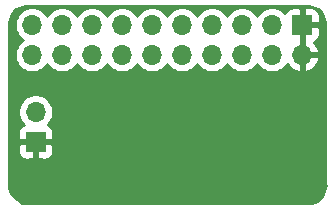
<source format=gbr>
%TF.GenerationSoftware,KiCad,Pcbnew,(5.1.12)-1*%
%TF.CreationDate,2022-03-16T22:40:05-06:00*%
%TF.ProjectId,RelayDriver,52656c61-7944-4726-9976-65722e6b6963,rev?*%
%TF.SameCoordinates,Original*%
%TF.FileFunction,Copper,L2,Bot*%
%TF.FilePolarity,Positive*%
%FSLAX46Y46*%
G04 Gerber Fmt 4.6, Leading zero omitted, Abs format (unit mm)*
G04 Created by KiCad (PCBNEW (5.1.12)-1) date 2022-03-16 22:40:05*
%MOMM*%
%LPD*%
G01*
G04 APERTURE LIST*
%TA.AperFunction,ComponentPad*%
%ADD10O,1.700000X1.700000*%
%TD*%
%TA.AperFunction,ComponentPad*%
%ADD11R,1.700000X1.700000*%
%TD*%
%TA.AperFunction,ViaPad*%
%ADD12C,0.800000*%
%TD*%
%TA.AperFunction,Conductor*%
%ADD13C,0.254000*%
%TD*%
%TA.AperFunction,Conductor*%
%ADD14C,0.100000*%
%TD*%
G04 APERTURE END LIST*
D10*
%TO.P,J3,2*%
%TO.N,Net-(J2-Pad19)*%
X61874400Y-59588400D03*
D11*
%TO.P,J3,1*%
%TO.N,GND*%
X61874400Y-62128400D03*
%TD*%
D10*
%TO.P,J2,20*%
%TO.N,Net-(J2-Pad19)*%
X61569600Y-54762400D03*
%TO.P,J2,19*%
X61569600Y-52222400D03*
%TO.P,J2,18*%
%TO.N,Net-(J2-Pad18)*%
X64109600Y-54762400D03*
%TO.P,J2,17*%
%TO.N,Net-(J2-Pad17)*%
X64109600Y-52222400D03*
%TO.P,J2,16*%
%TO.N,Net-(J2-Pad16)*%
X66649600Y-54762400D03*
%TO.P,J2,15*%
%TO.N,Net-(J2-Pad15)*%
X66649600Y-52222400D03*
%TO.P,J2,14*%
%TO.N,Net-(J2-Pad14)*%
X69189600Y-54762400D03*
%TO.P,J2,13*%
%TO.N,Net-(J2-Pad13)*%
X69189600Y-52222400D03*
%TO.P,J2,12*%
%TO.N,Net-(J2-Pad12)*%
X71729600Y-54762400D03*
%TO.P,J2,11*%
%TO.N,Net-(J2-Pad11)*%
X71729600Y-52222400D03*
%TO.P,J2,10*%
%TO.N,Net-(J2-Pad10)*%
X74269600Y-54762400D03*
%TO.P,J2,9*%
%TO.N,Net-(J2-Pad9)*%
X74269600Y-52222400D03*
%TO.P,J2,8*%
%TO.N,Net-(J2-Pad8)*%
X76809600Y-54762400D03*
%TO.P,J2,7*%
%TO.N,Net-(J2-Pad7)*%
X76809600Y-52222400D03*
%TO.P,J2,6*%
%TO.N,Net-(J2-Pad6)*%
X79349600Y-54762400D03*
%TO.P,J2,5*%
%TO.N,Net-(J2-Pad5)*%
X79349600Y-52222400D03*
%TO.P,J2,4*%
%TO.N,Net-(J2-Pad4)*%
X81889600Y-54762400D03*
%TO.P,J2,3*%
%TO.N,Net-(J2-Pad3)*%
X81889600Y-52222400D03*
%TO.P,J2,2*%
%TO.N,GND*%
X84429600Y-54762400D03*
D11*
%TO.P,J2,1*%
X84429600Y-52222400D03*
%TD*%
D12*
%TO.N,GND*%
X72669400Y-66446400D03*
X84759800Y-58648600D03*
X86182200Y-65836800D03*
X77442991Y-64894923D03*
%TD*%
D13*
%TO.N,GND*%
X85259659Y-50688625D02*
X85509429Y-50764035D01*
X85739792Y-50886522D01*
X85941980Y-51051422D01*
X86108286Y-51252450D01*
X86232378Y-51481954D01*
X86309531Y-51731195D01*
X86340000Y-52021089D01*
X86340001Y-65967711D01*
X86311375Y-66259660D01*
X86235965Y-66509429D01*
X86113477Y-66739794D01*
X86000140Y-66878759D01*
X85685758Y-67141697D01*
X85518046Y-67232378D01*
X85268805Y-67309531D01*
X84978911Y-67340000D01*
X61032279Y-67340000D01*
X60750411Y-67312362D01*
X59761764Y-66499120D01*
X59690469Y-66268805D01*
X59660000Y-65978911D01*
X59660000Y-62978400D01*
X60386328Y-62978400D01*
X60398588Y-63102882D01*
X60434898Y-63222580D01*
X60493863Y-63332894D01*
X60573215Y-63429585D01*
X60669906Y-63508937D01*
X60780220Y-63567902D01*
X60899918Y-63604212D01*
X61024400Y-63616472D01*
X61588650Y-63613400D01*
X61747400Y-63454650D01*
X61747400Y-62255400D01*
X62001400Y-62255400D01*
X62001400Y-63454650D01*
X62160150Y-63613400D01*
X62724400Y-63616472D01*
X62848882Y-63604212D01*
X62968580Y-63567902D01*
X63078894Y-63508937D01*
X63175585Y-63429585D01*
X63254937Y-63332894D01*
X63313902Y-63222580D01*
X63350212Y-63102882D01*
X63362472Y-62978400D01*
X63359400Y-62414150D01*
X63200650Y-62255400D01*
X62001400Y-62255400D01*
X61747400Y-62255400D01*
X60548150Y-62255400D01*
X60389400Y-62414150D01*
X60386328Y-62978400D01*
X59660000Y-62978400D01*
X59660000Y-61278400D01*
X60386328Y-61278400D01*
X60389400Y-61842650D01*
X60548150Y-62001400D01*
X61747400Y-62001400D01*
X61747400Y-61981400D01*
X62001400Y-61981400D01*
X62001400Y-62001400D01*
X63200650Y-62001400D01*
X63359400Y-61842650D01*
X63362472Y-61278400D01*
X63350212Y-61153918D01*
X63313902Y-61034220D01*
X63254937Y-60923906D01*
X63175585Y-60827215D01*
X63078894Y-60747863D01*
X62968580Y-60688898D01*
X62896020Y-60666887D01*
X63027875Y-60535032D01*
X63190390Y-60291811D01*
X63302332Y-60021558D01*
X63359400Y-59734660D01*
X63359400Y-59442140D01*
X63302332Y-59155242D01*
X63190390Y-58884989D01*
X63027875Y-58641768D01*
X62821032Y-58434925D01*
X62577811Y-58272410D01*
X62307558Y-58160468D01*
X62020660Y-58103400D01*
X61728140Y-58103400D01*
X61441242Y-58160468D01*
X61170989Y-58272410D01*
X60927768Y-58434925D01*
X60720925Y-58641768D01*
X60558410Y-58884989D01*
X60446468Y-59155242D01*
X60389400Y-59442140D01*
X60389400Y-59734660D01*
X60446468Y-60021558D01*
X60558410Y-60291811D01*
X60720925Y-60535032D01*
X60852780Y-60666887D01*
X60780220Y-60688898D01*
X60669906Y-60747863D01*
X60573215Y-60827215D01*
X60493863Y-60923906D01*
X60434898Y-61034220D01*
X60398588Y-61153918D01*
X60386328Y-61278400D01*
X59660000Y-61278400D01*
X59660000Y-52076140D01*
X60084600Y-52076140D01*
X60084600Y-52368660D01*
X60141668Y-52655558D01*
X60253610Y-52925811D01*
X60416125Y-53169032D01*
X60622968Y-53375875D01*
X60797360Y-53492400D01*
X60622968Y-53608925D01*
X60416125Y-53815768D01*
X60253610Y-54058989D01*
X60141668Y-54329242D01*
X60084600Y-54616140D01*
X60084600Y-54908660D01*
X60141668Y-55195558D01*
X60253610Y-55465811D01*
X60416125Y-55709032D01*
X60622968Y-55915875D01*
X60866189Y-56078390D01*
X61136442Y-56190332D01*
X61423340Y-56247400D01*
X61715860Y-56247400D01*
X62002758Y-56190332D01*
X62273011Y-56078390D01*
X62516232Y-55915875D01*
X62723075Y-55709032D01*
X62839600Y-55534640D01*
X62956125Y-55709032D01*
X63162968Y-55915875D01*
X63406189Y-56078390D01*
X63676442Y-56190332D01*
X63963340Y-56247400D01*
X64255860Y-56247400D01*
X64542758Y-56190332D01*
X64813011Y-56078390D01*
X65056232Y-55915875D01*
X65263075Y-55709032D01*
X65379600Y-55534640D01*
X65496125Y-55709032D01*
X65702968Y-55915875D01*
X65946189Y-56078390D01*
X66216442Y-56190332D01*
X66503340Y-56247400D01*
X66795860Y-56247400D01*
X67082758Y-56190332D01*
X67353011Y-56078390D01*
X67596232Y-55915875D01*
X67803075Y-55709032D01*
X67919600Y-55534640D01*
X68036125Y-55709032D01*
X68242968Y-55915875D01*
X68486189Y-56078390D01*
X68756442Y-56190332D01*
X69043340Y-56247400D01*
X69335860Y-56247400D01*
X69622758Y-56190332D01*
X69893011Y-56078390D01*
X70136232Y-55915875D01*
X70343075Y-55709032D01*
X70459600Y-55534640D01*
X70576125Y-55709032D01*
X70782968Y-55915875D01*
X71026189Y-56078390D01*
X71296442Y-56190332D01*
X71583340Y-56247400D01*
X71875860Y-56247400D01*
X72162758Y-56190332D01*
X72433011Y-56078390D01*
X72676232Y-55915875D01*
X72883075Y-55709032D01*
X72999600Y-55534640D01*
X73116125Y-55709032D01*
X73322968Y-55915875D01*
X73566189Y-56078390D01*
X73836442Y-56190332D01*
X74123340Y-56247400D01*
X74415860Y-56247400D01*
X74702758Y-56190332D01*
X74973011Y-56078390D01*
X75216232Y-55915875D01*
X75423075Y-55709032D01*
X75539600Y-55534640D01*
X75656125Y-55709032D01*
X75862968Y-55915875D01*
X76106189Y-56078390D01*
X76376442Y-56190332D01*
X76663340Y-56247400D01*
X76955860Y-56247400D01*
X77242758Y-56190332D01*
X77513011Y-56078390D01*
X77756232Y-55915875D01*
X77963075Y-55709032D01*
X78079600Y-55534640D01*
X78196125Y-55709032D01*
X78402968Y-55915875D01*
X78646189Y-56078390D01*
X78916442Y-56190332D01*
X79203340Y-56247400D01*
X79495860Y-56247400D01*
X79782758Y-56190332D01*
X80053011Y-56078390D01*
X80296232Y-55915875D01*
X80503075Y-55709032D01*
X80619600Y-55534640D01*
X80736125Y-55709032D01*
X80942968Y-55915875D01*
X81186189Y-56078390D01*
X81456442Y-56190332D01*
X81743340Y-56247400D01*
X82035860Y-56247400D01*
X82322758Y-56190332D01*
X82593011Y-56078390D01*
X82836232Y-55915875D01*
X83043075Y-55709032D01*
X83164795Y-55526866D01*
X83234422Y-55643755D01*
X83429331Y-55859988D01*
X83662680Y-56034041D01*
X83925501Y-56159225D01*
X84072710Y-56203876D01*
X84302600Y-56082555D01*
X84302600Y-54889400D01*
X84556600Y-54889400D01*
X84556600Y-56082555D01*
X84786490Y-56203876D01*
X84933699Y-56159225D01*
X85196520Y-56034041D01*
X85429869Y-55859988D01*
X85624778Y-55643755D01*
X85773757Y-55393652D01*
X85871081Y-55119291D01*
X85750414Y-54889400D01*
X84556600Y-54889400D01*
X84302600Y-54889400D01*
X84282600Y-54889400D01*
X84282600Y-54635400D01*
X84302600Y-54635400D01*
X84302600Y-52349400D01*
X84556600Y-52349400D01*
X84556600Y-54635400D01*
X85750414Y-54635400D01*
X85871081Y-54405509D01*
X85773757Y-54131148D01*
X85624778Y-53881045D01*
X85447974Y-53684898D01*
X85523780Y-53661902D01*
X85634094Y-53602937D01*
X85730785Y-53523585D01*
X85810137Y-53426894D01*
X85869102Y-53316580D01*
X85905412Y-53196882D01*
X85917672Y-53072400D01*
X85914600Y-52508150D01*
X85755850Y-52349400D01*
X84556600Y-52349400D01*
X84302600Y-52349400D01*
X84282600Y-52349400D01*
X84282600Y-52095400D01*
X84302600Y-52095400D01*
X84302600Y-50896150D01*
X84556600Y-50896150D01*
X84556600Y-52095400D01*
X85755850Y-52095400D01*
X85914600Y-51936650D01*
X85917672Y-51372400D01*
X85905412Y-51247918D01*
X85869102Y-51128220D01*
X85810137Y-51017906D01*
X85730785Y-50921215D01*
X85634094Y-50841863D01*
X85523780Y-50782898D01*
X85404082Y-50746588D01*
X85279600Y-50734328D01*
X84715350Y-50737400D01*
X84556600Y-50896150D01*
X84302600Y-50896150D01*
X84143850Y-50737400D01*
X83579600Y-50734328D01*
X83455118Y-50746588D01*
X83335420Y-50782898D01*
X83225106Y-50841863D01*
X83128415Y-50921215D01*
X83049063Y-51017906D01*
X82990098Y-51128220D01*
X82968087Y-51200780D01*
X82836232Y-51068925D01*
X82593011Y-50906410D01*
X82322758Y-50794468D01*
X82035860Y-50737400D01*
X81743340Y-50737400D01*
X81456442Y-50794468D01*
X81186189Y-50906410D01*
X80942968Y-51068925D01*
X80736125Y-51275768D01*
X80619600Y-51450160D01*
X80503075Y-51275768D01*
X80296232Y-51068925D01*
X80053011Y-50906410D01*
X79782758Y-50794468D01*
X79495860Y-50737400D01*
X79203340Y-50737400D01*
X78916442Y-50794468D01*
X78646189Y-50906410D01*
X78402968Y-51068925D01*
X78196125Y-51275768D01*
X78079600Y-51450160D01*
X77963075Y-51275768D01*
X77756232Y-51068925D01*
X77513011Y-50906410D01*
X77242758Y-50794468D01*
X76955860Y-50737400D01*
X76663340Y-50737400D01*
X76376442Y-50794468D01*
X76106189Y-50906410D01*
X75862968Y-51068925D01*
X75656125Y-51275768D01*
X75539600Y-51450160D01*
X75423075Y-51275768D01*
X75216232Y-51068925D01*
X74973011Y-50906410D01*
X74702758Y-50794468D01*
X74415860Y-50737400D01*
X74123340Y-50737400D01*
X73836442Y-50794468D01*
X73566189Y-50906410D01*
X73322968Y-51068925D01*
X73116125Y-51275768D01*
X72999600Y-51450160D01*
X72883075Y-51275768D01*
X72676232Y-51068925D01*
X72433011Y-50906410D01*
X72162758Y-50794468D01*
X71875860Y-50737400D01*
X71583340Y-50737400D01*
X71296442Y-50794468D01*
X71026189Y-50906410D01*
X70782968Y-51068925D01*
X70576125Y-51275768D01*
X70459600Y-51450160D01*
X70343075Y-51275768D01*
X70136232Y-51068925D01*
X69893011Y-50906410D01*
X69622758Y-50794468D01*
X69335860Y-50737400D01*
X69043340Y-50737400D01*
X68756442Y-50794468D01*
X68486189Y-50906410D01*
X68242968Y-51068925D01*
X68036125Y-51275768D01*
X67919600Y-51450160D01*
X67803075Y-51275768D01*
X67596232Y-51068925D01*
X67353011Y-50906410D01*
X67082758Y-50794468D01*
X66795860Y-50737400D01*
X66503340Y-50737400D01*
X66216442Y-50794468D01*
X65946189Y-50906410D01*
X65702968Y-51068925D01*
X65496125Y-51275768D01*
X65379600Y-51450160D01*
X65263075Y-51275768D01*
X65056232Y-51068925D01*
X64813011Y-50906410D01*
X64542758Y-50794468D01*
X64255860Y-50737400D01*
X63963340Y-50737400D01*
X63676442Y-50794468D01*
X63406189Y-50906410D01*
X63162968Y-51068925D01*
X62956125Y-51275768D01*
X62839600Y-51450160D01*
X62723075Y-51275768D01*
X62516232Y-51068925D01*
X62273011Y-50906410D01*
X62002758Y-50794468D01*
X61715860Y-50737400D01*
X61423340Y-50737400D01*
X61136442Y-50794468D01*
X60866189Y-50906410D01*
X60622968Y-51068925D01*
X60416125Y-51275768D01*
X60253610Y-51518989D01*
X60141668Y-51789242D01*
X60084600Y-52076140D01*
X59660000Y-52076140D01*
X59660000Y-52032279D01*
X59688625Y-51740341D01*
X59764035Y-51490571D01*
X59886522Y-51260208D01*
X60051422Y-51058020D01*
X60252450Y-50891714D01*
X60481954Y-50767622D01*
X60731195Y-50690469D01*
X61021088Y-50660000D01*
X84967721Y-50660000D01*
X85259659Y-50688625D01*
%TA.AperFunction,Conductor*%
D14*
G36*
X85259659Y-50688625D02*
G01*
X85509429Y-50764035D01*
X85739792Y-50886522D01*
X85941980Y-51051422D01*
X86108286Y-51252450D01*
X86232378Y-51481954D01*
X86309531Y-51731195D01*
X86340000Y-52021089D01*
X86340001Y-65967711D01*
X86311375Y-66259660D01*
X86235965Y-66509429D01*
X86113477Y-66739794D01*
X86000140Y-66878759D01*
X85685758Y-67141697D01*
X85518046Y-67232378D01*
X85268805Y-67309531D01*
X84978911Y-67340000D01*
X61032279Y-67340000D01*
X60750411Y-67312362D01*
X59761764Y-66499120D01*
X59690469Y-66268805D01*
X59660000Y-65978911D01*
X59660000Y-62978400D01*
X60386328Y-62978400D01*
X60398588Y-63102882D01*
X60434898Y-63222580D01*
X60493863Y-63332894D01*
X60573215Y-63429585D01*
X60669906Y-63508937D01*
X60780220Y-63567902D01*
X60899918Y-63604212D01*
X61024400Y-63616472D01*
X61588650Y-63613400D01*
X61747400Y-63454650D01*
X61747400Y-62255400D01*
X62001400Y-62255400D01*
X62001400Y-63454650D01*
X62160150Y-63613400D01*
X62724400Y-63616472D01*
X62848882Y-63604212D01*
X62968580Y-63567902D01*
X63078894Y-63508937D01*
X63175585Y-63429585D01*
X63254937Y-63332894D01*
X63313902Y-63222580D01*
X63350212Y-63102882D01*
X63362472Y-62978400D01*
X63359400Y-62414150D01*
X63200650Y-62255400D01*
X62001400Y-62255400D01*
X61747400Y-62255400D01*
X60548150Y-62255400D01*
X60389400Y-62414150D01*
X60386328Y-62978400D01*
X59660000Y-62978400D01*
X59660000Y-61278400D01*
X60386328Y-61278400D01*
X60389400Y-61842650D01*
X60548150Y-62001400D01*
X61747400Y-62001400D01*
X61747400Y-61981400D01*
X62001400Y-61981400D01*
X62001400Y-62001400D01*
X63200650Y-62001400D01*
X63359400Y-61842650D01*
X63362472Y-61278400D01*
X63350212Y-61153918D01*
X63313902Y-61034220D01*
X63254937Y-60923906D01*
X63175585Y-60827215D01*
X63078894Y-60747863D01*
X62968580Y-60688898D01*
X62896020Y-60666887D01*
X63027875Y-60535032D01*
X63190390Y-60291811D01*
X63302332Y-60021558D01*
X63359400Y-59734660D01*
X63359400Y-59442140D01*
X63302332Y-59155242D01*
X63190390Y-58884989D01*
X63027875Y-58641768D01*
X62821032Y-58434925D01*
X62577811Y-58272410D01*
X62307558Y-58160468D01*
X62020660Y-58103400D01*
X61728140Y-58103400D01*
X61441242Y-58160468D01*
X61170989Y-58272410D01*
X60927768Y-58434925D01*
X60720925Y-58641768D01*
X60558410Y-58884989D01*
X60446468Y-59155242D01*
X60389400Y-59442140D01*
X60389400Y-59734660D01*
X60446468Y-60021558D01*
X60558410Y-60291811D01*
X60720925Y-60535032D01*
X60852780Y-60666887D01*
X60780220Y-60688898D01*
X60669906Y-60747863D01*
X60573215Y-60827215D01*
X60493863Y-60923906D01*
X60434898Y-61034220D01*
X60398588Y-61153918D01*
X60386328Y-61278400D01*
X59660000Y-61278400D01*
X59660000Y-52076140D01*
X60084600Y-52076140D01*
X60084600Y-52368660D01*
X60141668Y-52655558D01*
X60253610Y-52925811D01*
X60416125Y-53169032D01*
X60622968Y-53375875D01*
X60797360Y-53492400D01*
X60622968Y-53608925D01*
X60416125Y-53815768D01*
X60253610Y-54058989D01*
X60141668Y-54329242D01*
X60084600Y-54616140D01*
X60084600Y-54908660D01*
X60141668Y-55195558D01*
X60253610Y-55465811D01*
X60416125Y-55709032D01*
X60622968Y-55915875D01*
X60866189Y-56078390D01*
X61136442Y-56190332D01*
X61423340Y-56247400D01*
X61715860Y-56247400D01*
X62002758Y-56190332D01*
X62273011Y-56078390D01*
X62516232Y-55915875D01*
X62723075Y-55709032D01*
X62839600Y-55534640D01*
X62956125Y-55709032D01*
X63162968Y-55915875D01*
X63406189Y-56078390D01*
X63676442Y-56190332D01*
X63963340Y-56247400D01*
X64255860Y-56247400D01*
X64542758Y-56190332D01*
X64813011Y-56078390D01*
X65056232Y-55915875D01*
X65263075Y-55709032D01*
X65379600Y-55534640D01*
X65496125Y-55709032D01*
X65702968Y-55915875D01*
X65946189Y-56078390D01*
X66216442Y-56190332D01*
X66503340Y-56247400D01*
X66795860Y-56247400D01*
X67082758Y-56190332D01*
X67353011Y-56078390D01*
X67596232Y-55915875D01*
X67803075Y-55709032D01*
X67919600Y-55534640D01*
X68036125Y-55709032D01*
X68242968Y-55915875D01*
X68486189Y-56078390D01*
X68756442Y-56190332D01*
X69043340Y-56247400D01*
X69335860Y-56247400D01*
X69622758Y-56190332D01*
X69893011Y-56078390D01*
X70136232Y-55915875D01*
X70343075Y-55709032D01*
X70459600Y-55534640D01*
X70576125Y-55709032D01*
X70782968Y-55915875D01*
X71026189Y-56078390D01*
X71296442Y-56190332D01*
X71583340Y-56247400D01*
X71875860Y-56247400D01*
X72162758Y-56190332D01*
X72433011Y-56078390D01*
X72676232Y-55915875D01*
X72883075Y-55709032D01*
X72999600Y-55534640D01*
X73116125Y-55709032D01*
X73322968Y-55915875D01*
X73566189Y-56078390D01*
X73836442Y-56190332D01*
X74123340Y-56247400D01*
X74415860Y-56247400D01*
X74702758Y-56190332D01*
X74973011Y-56078390D01*
X75216232Y-55915875D01*
X75423075Y-55709032D01*
X75539600Y-55534640D01*
X75656125Y-55709032D01*
X75862968Y-55915875D01*
X76106189Y-56078390D01*
X76376442Y-56190332D01*
X76663340Y-56247400D01*
X76955860Y-56247400D01*
X77242758Y-56190332D01*
X77513011Y-56078390D01*
X77756232Y-55915875D01*
X77963075Y-55709032D01*
X78079600Y-55534640D01*
X78196125Y-55709032D01*
X78402968Y-55915875D01*
X78646189Y-56078390D01*
X78916442Y-56190332D01*
X79203340Y-56247400D01*
X79495860Y-56247400D01*
X79782758Y-56190332D01*
X80053011Y-56078390D01*
X80296232Y-55915875D01*
X80503075Y-55709032D01*
X80619600Y-55534640D01*
X80736125Y-55709032D01*
X80942968Y-55915875D01*
X81186189Y-56078390D01*
X81456442Y-56190332D01*
X81743340Y-56247400D01*
X82035860Y-56247400D01*
X82322758Y-56190332D01*
X82593011Y-56078390D01*
X82836232Y-55915875D01*
X83043075Y-55709032D01*
X83164795Y-55526866D01*
X83234422Y-55643755D01*
X83429331Y-55859988D01*
X83662680Y-56034041D01*
X83925501Y-56159225D01*
X84072710Y-56203876D01*
X84302600Y-56082555D01*
X84302600Y-54889400D01*
X84556600Y-54889400D01*
X84556600Y-56082555D01*
X84786490Y-56203876D01*
X84933699Y-56159225D01*
X85196520Y-56034041D01*
X85429869Y-55859988D01*
X85624778Y-55643755D01*
X85773757Y-55393652D01*
X85871081Y-55119291D01*
X85750414Y-54889400D01*
X84556600Y-54889400D01*
X84302600Y-54889400D01*
X84282600Y-54889400D01*
X84282600Y-54635400D01*
X84302600Y-54635400D01*
X84302600Y-52349400D01*
X84556600Y-52349400D01*
X84556600Y-54635400D01*
X85750414Y-54635400D01*
X85871081Y-54405509D01*
X85773757Y-54131148D01*
X85624778Y-53881045D01*
X85447974Y-53684898D01*
X85523780Y-53661902D01*
X85634094Y-53602937D01*
X85730785Y-53523585D01*
X85810137Y-53426894D01*
X85869102Y-53316580D01*
X85905412Y-53196882D01*
X85917672Y-53072400D01*
X85914600Y-52508150D01*
X85755850Y-52349400D01*
X84556600Y-52349400D01*
X84302600Y-52349400D01*
X84282600Y-52349400D01*
X84282600Y-52095400D01*
X84302600Y-52095400D01*
X84302600Y-50896150D01*
X84556600Y-50896150D01*
X84556600Y-52095400D01*
X85755850Y-52095400D01*
X85914600Y-51936650D01*
X85917672Y-51372400D01*
X85905412Y-51247918D01*
X85869102Y-51128220D01*
X85810137Y-51017906D01*
X85730785Y-50921215D01*
X85634094Y-50841863D01*
X85523780Y-50782898D01*
X85404082Y-50746588D01*
X85279600Y-50734328D01*
X84715350Y-50737400D01*
X84556600Y-50896150D01*
X84302600Y-50896150D01*
X84143850Y-50737400D01*
X83579600Y-50734328D01*
X83455118Y-50746588D01*
X83335420Y-50782898D01*
X83225106Y-50841863D01*
X83128415Y-50921215D01*
X83049063Y-51017906D01*
X82990098Y-51128220D01*
X82968087Y-51200780D01*
X82836232Y-51068925D01*
X82593011Y-50906410D01*
X82322758Y-50794468D01*
X82035860Y-50737400D01*
X81743340Y-50737400D01*
X81456442Y-50794468D01*
X81186189Y-50906410D01*
X80942968Y-51068925D01*
X80736125Y-51275768D01*
X80619600Y-51450160D01*
X80503075Y-51275768D01*
X80296232Y-51068925D01*
X80053011Y-50906410D01*
X79782758Y-50794468D01*
X79495860Y-50737400D01*
X79203340Y-50737400D01*
X78916442Y-50794468D01*
X78646189Y-50906410D01*
X78402968Y-51068925D01*
X78196125Y-51275768D01*
X78079600Y-51450160D01*
X77963075Y-51275768D01*
X77756232Y-51068925D01*
X77513011Y-50906410D01*
X77242758Y-50794468D01*
X76955860Y-50737400D01*
X76663340Y-50737400D01*
X76376442Y-50794468D01*
X76106189Y-50906410D01*
X75862968Y-51068925D01*
X75656125Y-51275768D01*
X75539600Y-51450160D01*
X75423075Y-51275768D01*
X75216232Y-51068925D01*
X74973011Y-50906410D01*
X74702758Y-50794468D01*
X74415860Y-50737400D01*
X74123340Y-50737400D01*
X73836442Y-50794468D01*
X73566189Y-50906410D01*
X73322968Y-51068925D01*
X73116125Y-51275768D01*
X72999600Y-51450160D01*
X72883075Y-51275768D01*
X72676232Y-51068925D01*
X72433011Y-50906410D01*
X72162758Y-50794468D01*
X71875860Y-50737400D01*
X71583340Y-50737400D01*
X71296442Y-50794468D01*
X71026189Y-50906410D01*
X70782968Y-51068925D01*
X70576125Y-51275768D01*
X70459600Y-51450160D01*
X70343075Y-51275768D01*
X70136232Y-51068925D01*
X69893011Y-50906410D01*
X69622758Y-50794468D01*
X69335860Y-50737400D01*
X69043340Y-50737400D01*
X68756442Y-50794468D01*
X68486189Y-50906410D01*
X68242968Y-51068925D01*
X68036125Y-51275768D01*
X67919600Y-51450160D01*
X67803075Y-51275768D01*
X67596232Y-51068925D01*
X67353011Y-50906410D01*
X67082758Y-50794468D01*
X66795860Y-50737400D01*
X66503340Y-50737400D01*
X66216442Y-50794468D01*
X65946189Y-50906410D01*
X65702968Y-51068925D01*
X65496125Y-51275768D01*
X65379600Y-51450160D01*
X65263075Y-51275768D01*
X65056232Y-51068925D01*
X64813011Y-50906410D01*
X64542758Y-50794468D01*
X64255860Y-50737400D01*
X63963340Y-50737400D01*
X63676442Y-50794468D01*
X63406189Y-50906410D01*
X63162968Y-51068925D01*
X62956125Y-51275768D01*
X62839600Y-51450160D01*
X62723075Y-51275768D01*
X62516232Y-51068925D01*
X62273011Y-50906410D01*
X62002758Y-50794468D01*
X61715860Y-50737400D01*
X61423340Y-50737400D01*
X61136442Y-50794468D01*
X60866189Y-50906410D01*
X60622968Y-51068925D01*
X60416125Y-51275768D01*
X60253610Y-51518989D01*
X60141668Y-51789242D01*
X60084600Y-52076140D01*
X59660000Y-52076140D01*
X59660000Y-52032279D01*
X59688625Y-51740341D01*
X59764035Y-51490571D01*
X59886522Y-51260208D01*
X60051422Y-51058020D01*
X60252450Y-50891714D01*
X60481954Y-50767622D01*
X60731195Y-50690469D01*
X61021088Y-50660000D01*
X84967721Y-50660000D01*
X85259659Y-50688625D01*
G37*
%TD.AperFunction*%
%TD*%
M02*

</source>
